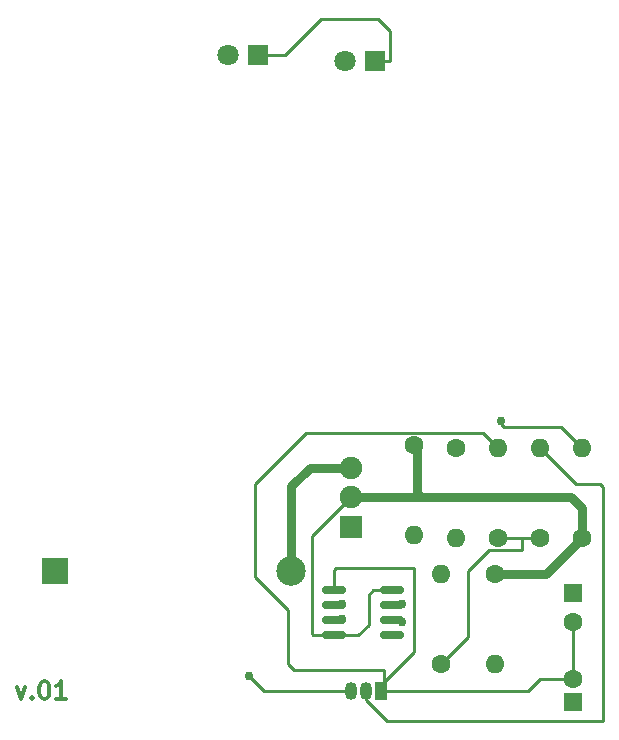
<source format=gtl>
%TF.GenerationSoftware,KiCad,Pcbnew,(6.0.1)*%
%TF.CreationDate,2022-04-29T13:35:18+05:45*%
%TF.ProjectId,555_Badge,3535355f-4261-4646-9765-2e6b69636164,v01*%
%TF.SameCoordinates,Original*%
%TF.FileFunction,Copper,L1,Top*%
%TF.FilePolarity,Positive*%
%FSLAX46Y46*%
G04 Gerber Fmt 4.6, Leading zero omitted, Abs format (unit mm)*
G04 Created by KiCad (PCBNEW (6.0.1)) date 2022-04-29 13:35:18*
%MOMM*%
%LPD*%
G01*
G04 APERTURE LIST*
G04 Aperture macros list*
%AMRoundRect*
0 Rectangle with rounded corners*
0 $1 Rounding radius*
0 $2 $3 $4 $5 $6 $7 $8 $9 X,Y pos of 4 corners*
0 Add a 4 corners polygon primitive as box body*
4,1,4,$2,$3,$4,$5,$6,$7,$8,$9,$2,$3,0*
0 Add four circle primitives for the rounded corners*
1,1,$1+$1,$2,$3*
1,1,$1+$1,$4,$5*
1,1,$1+$1,$6,$7*
1,1,$1+$1,$8,$9*
0 Add four rect primitives between the rounded corners*
20,1,$1+$1,$2,$3,$4,$5,0*
20,1,$1+$1,$4,$5,$6,$7,0*
20,1,$1+$1,$6,$7,$8,$9,0*
20,1,$1+$1,$8,$9,$2,$3,0*%
G04 Aperture macros list end*
%ADD10C,0.300000*%
%TA.AperFunction,NonConductor*%
%ADD11C,0.300000*%
%TD*%
%TA.AperFunction,SMDPad,CuDef*%
%ADD12RoundRect,0.150000X-0.825000X-0.150000X0.825000X-0.150000X0.825000X0.150000X-0.825000X0.150000X0*%
%TD*%
%TA.AperFunction,ComponentPad*%
%ADD13C,2.500000*%
%TD*%
%TA.AperFunction,ComponentPad*%
%ADD14R,2.170000X2.170000*%
%TD*%
%TA.AperFunction,ComponentPad*%
%ADD15C,1.900000*%
%TD*%
%TA.AperFunction,ComponentPad*%
%ADD16R,1.900000X1.900000*%
%TD*%
%TA.AperFunction,ComponentPad*%
%ADD17O,1.600000X1.600000*%
%TD*%
%TA.AperFunction,ComponentPad*%
%ADD18C,1.600000*%
%TD*%
%TA.AperFunction,ComponentPad*%
%ADD19R,1.050000X1.500000*%
%TD*%
%TA.AperFunction,ComponentPad*%
%ADD20O,1.050000X1.500000*%
%TD*%
%TA.AperFunction,ComponentPad*%
%ADD21C,1.800000*%
%TD*%
%TA.AperFunction,ComponentPad*%
%ADD22R,1.800000X1.800000*%
%TD*%
%TA.AperFunction,ComponentPad*%
%ADD23R,1.600000X1.600000*%
%TD*%
%TA.AperFunction,ViaPad*%
%ADD24C,0.762000*%
%TD*%
%TA.AperFunction,Conductor*%
%ADD25C,0.254000*%
%TD*%
%TA.AperFunction,Conductor*%
%ADD26C,0.762000*%
%TD*%
G04 APERTURE END LIST*
D10*
D11*
X21987142Y-99246571D02*
X22344285Y-100246571D01*
X22701428Y-99246571D01*
X23272857Y-100103714D02*
X23344285Y-100175142D01*
X23272857Y-100246571D01*
X23201428Y-100175142D01*
X23272857Y-100103714D01*
X23272857Y-100246571D01*
X24272857Y-98746571D02*
X24415714Y-98746571D01*
X24558571Y-98818000D01*
X24630000Y-98889428D01*
X24701428Y-99032285D01*
X24772857Y-99318000D01*
X24772857Y-99675142D01*
X24701428Y-99960857D01*
X24630000Y-100103714D01*
X24558571Y-100175142D01*
X24415714Y-100246571D01*
X24272857Y-100246571D01*
X24130000Y-100175142D01*
X24058571Y-100103714D01*
X23987142Y-99960857D01*
X23915714Y-99675142D01*
X23915714Y-99318000D01*
X23987142Y-99032285D01*
X24058571Y-98889428D01*
X24130000Y-98818000D01*
X24272857Y-98746571D01*
X26201428Y-100246571D02*
X25344285Y-100246571D01*
X25772857Y-100246571D02*
X25772857Y-98746571D01*
X25630000Y-98960857D01*
X25487142Y-99103714D01*
X25344285Y-99175142D01*
D12*
%TO.P,U1,1,GND*%
%TO.N,GND*%
X48833000Y-91059000D03*
%TO.P,U1,2,TR*%
%TO.N,Net-(C1-Pad1)*%
X48833000Y-92329000D03*
%TO.P,U1,3,Q*%
%TO.N,Net-(R3-Pad2)*%
X48833000Y-93599000D03*
%TO.P,U1,4,R*%
%TO.N,VCC*%
X48833000Y-94869000D03*
%TO.P,U1,5,CV*%
%TO.N,unconnected-(U1-Pad5)*%
X53783000Y-94869000D03*
%TO.P,U1,6,THR*%
%TO.N,Net-(C1-Pad1)*%
X53783000Y-93599000D03*
%TO.P,U1,7,DIS*%
%TO.N,Net-(R1-Pad2)*%
X53783000Y-92329000D03*
%TO.P,U1,8,VCC*%
%TO.N,VCC*%
X53783000Y-91059000D03*
%TD*%
D13*
%TO.P,BAT1,Pos*%
%TO.N,Net-(BAT1-PadPos)*%
X45260300Y-89408000D03*
D14*
%TO.P,BAT1,Neg*%
%TO.N,GND*%
X25260300Y-89408000D03*
%TD*%
D15*
%TO.P,S1,3*%
%TO.N,Net-(BAT1-PadPos)*%
X50292000Y-80692000D03*
%TO.P,S1,2*%
%TO.N,VCC*%
X50292000Y-83192000D03*
D16*
%TO.P,S1,1*%
%TO.N,unconnected-(S1-Pad1)*%
X50292000Y-85692000D03*
%TD*%
D17*
%TO.P,R7,2*%
%TO.N,Net-(D2-Pad2)*%
X69850000Y-78994000D03*
D18*
%TO.P,R7,1*%
%TO.N,VCC*%
X69850000Y-86614000D03*
%TD*%
%TO.P,R6,1*%
%TO.N,VCC*%
X62484000Y-89662000D03*
D17*
%TO.P,R6,2*%
%TO.N,Net-(D1-Pad2)*%
X62484000Y-97282000D03*
%TD*%
%TO.P,R5,2*%
%TO.N,Net-(Q1-Pad2)*%
X66294000Y-78994000D03*
D18*
%TO.P,R5,1*%
%TO.N,Net-(C2-Pad1)*%
X66294000Y-86614000D03*
%TD*%
%TO.P,R4,1*%
%TO.N,Net-(C2-Pad1)*%
X62738000Y-86614000D03*
D17*
%TO.P,R4,2*%
%TO.N,GND*%
X62738000Y-78994000D03*
%TD*%
D18*
%TO.P,R3,1*%
%TO.N,Net-(C2-Pad1)*%
X57912000Y-97282000D03*
D17*
%TO.P,R3,2*%
%TO.N,Net-(R3-Pad2)*%
X57912000Y-89662000D03*
%TD*%
%TO.P,R2,2*%
%TO.N,Net-(C1-Pad1)*%
X59182000Y-86614000D03*
D18*
%TO.P,R2,1*%
%TO.N,Net-(R1-Pad2)*%
X59182000Y-78994000D03*
%TD*%
%TO.P,R1,1*%
%TO.N,VCC*%
X55626000Y-78740000D03*
D17*
%TO.P,R1,2*%
%TO.N,Net-(R1-Pad2)*%
X55626000Y-86360000D03*
%TD*%
D19*
%TO.P,Q1,1,E*%
%TO.N,GND*%
X52832000Y-99568000D03*
D20*
%TO.P,Q1,2,B*%
%TO.N,Net-(Q1-Pad2)*%
X51562000Y-99568000D03*
%TO.P,Q1,3,C*%
%TO.N,Net-(D1-Pad1)*%
X50292000Y-99568000D03*
%TD*%
D21*
%TO.P,D2,2,A*%
%TO.N,Net-(D2-Pad2)*%
X49784000Y-46228000D03*
D22*
%TO.P,D2,1,K*%
%TO.N,Net-(D1-Pad1)*%
X52324000Y-46228000D03*
%TD*%
%TO.P,D1,1,K*%
%TO.N,Net-(D1-Pad1)*%
X42423000Y-45720000D03*
D21*
%TO.P,D1,2,A*%
%TO.N,Net-(D1-Pad2)*%
X39883000Y-45720000D03*
%TD*%
D18*
%TO.P,C2,2*%
%TO.N,GND*%
X69088000Y-93773621D03*
D23*
%TO.P,C2,1*%
%TO.N,Net-(C2-Pad1)*%
X69088000Y-91273621D03*
%TD*%
%TO.P,C1,1*%
%TO.N,Net-(C1-Pad1)*%
X69088000Y-100523112D03*
D18*
%TO.P,C1,2*%
%TO.N,GND*%
X69088000Y-98523112D03*
%TD*%
D24*
%TO.N,Net-(D2-Pad2)*%
X62992000Y-76708000D03*
%TO.N,Net-(D1-Pad1)*%
X41656000Y-98298000D03*
%TO.N,Net-(R3-Pad2)*%
X49530000Y-93472000D03*
%TO.N,Net-(C1-Pad1)*%
X49530000Y-92202000D03*
X54610000Y-93726000D03*
%TO.N,Net-(R1-Pad2)*%
X54610000Y-92202000D03*
%TD*%
D25*
%TO.N,Net-(D2-Pad2)*%
X63246000Y-77216000D02*
X62992000Y-76962000D01*
X62992000Y-76962000D02*
X62992000Y-76708000D01*
X68072000Y-77216000D02*
X63246000Y-77216000D01*
X69850000Y-78994000D02*
X68072000Y-77216000D01*
%TO.N,Net-(D1-Pad1)*%
X42926000Y-99568000D02*
X41656000Y-98298000D01*
X50292000Y-99568000D02*
X42926000Y-99568000D01*
%TO.N,Net-(R3-Pad2)*%
X48960000Y-93472000D02*
X48833000Y-93599000D01*
X49530000Y-93472000D02*
X48960000Y-93472000D01*
%TO.N,Net-(C1-Pad1)*%
X48960000Y-92202000D02*
X48833000Y-92329000D01*
X49530000Y-92202000D02*
X48960000Y-92202000D01*
%TO.N,GND*%
X52832000Y-99060000D02*
X53086000Y-98806000D01*
X52832000Y-99568000D02*
X52832000Y-99060000D01*
X53086000Y-97790000D02*
X53086000Y-98806000D01*
X45466000Y-97790000D02*
X53086000Y-97790000D01*
X44958000Y-97282000D02*
X45466000Y-97790000D01*
X44958000Y-92710000D02*
X44958000Y-97282000D01*
X42164000Y-89916000D02*
X44958000Y-92710000D01*
X42164000Y-82042000D02*
X42164000Y-89916000D01*
X46482000Y-77724000D02*
X42164000Y-82042000D01*
X61468000Y-77724000D02*
X46482000Y-77724000D01*
X62738000Y-78994000D02*
X61468000Y-77724000D01*
X53086000Y-98806000D02*
X55626000Y-96266000D01*
%TO.N,Net-(Q1-Pad2)*%
X69342000Y-82042000D02*
X66294000Y-78994000D01*
X53335978Y-102108000D02*
X71628000Y-102108000D01*
X51562000Y-100334022D02*
X53335978Y-102108000D01*
X71374000Y-82042000D02*
X69342000Y-82042000D01*
X71628000Y-82296000D02*
X71374000Y-82042000D01*
X71628000Y-102108000D02*
X71628000Y-82296000D01*
X51562000Y-99568000D02*
X51562000Y-100334022D01*
%TO.N,VCC*%
X46990000Y-94742000D02*
X46990000Y-86494000D01*
X47117000Y-94869000D02*
X46990000Y-94742000D01*
X46990000Y-86494000D02*
X50292000Y-83192000D01*
X48833000Y-94869000D02*
X47117000Y-94869000D01*
%TO.N,GND*%
X66322888Y-98523112D02*
X69088000Y-98523112D01*
X52832000Y-99568000D02*
X65278000Y-99568000D01*
X65278000Y-99568000D02*
X66322888Y-98523112D01*
X69088000Y-93773621D02*
X69088000Y-98523112D01*
X48833000Y-89343000D02*
X48833000Y-91059000D01*
X49022000Y-89154000D02*
X48833000Y-89343000D01*
X55626000Y-89154000D02*
X49022000Y-89154000D01*
X55626000Y-96266000D02*
X55626000Y-89154000D01*
%TO.N,Net-(C2-Pad1)*%
X66294000Y-86614000D02*
X62738000Y-86614000D01*
X64770000Y-87630000D02*
X64770000Y-86614000D01*
X61976000Y-87630000D02*
X64770000Y-87630000D01*
X60198000Y-89408000D02*
X61976000Y-87630000D01*
X60198000Y-94996000D02*
X60198000Y-89408000D01*
X57912000Y-97282000D02*
X60198000Y-94996000D01*
X64770000Y-86614000D02*
X66294000Y-86614000D01*
%TO.N,VCC*%
X51816000Y-91440000D02*
X52197000Y-91059000D01*
X51816000Y-93980000D02*
X51816000Y-91440000D01*
X50927000Y-94869000D02*
X51816000Y-93980000D01*
X52197000Y-91059000D02*
X53783000Y-91059000D01*
X48833000Y-94869000D02*
X50927000Y-94869000D01*
D26*
X53714000Y-83192000D02*
X56268000Y-83192000D01*
X50292000Y-83192000D02*
X53714000Y-83192000D01*
X66802000Y-89662000D02*
X69850000Y-86614000D01*
X62484000Y-89662000D02*
X66802000Y-89662000D01*
X55880000Y-78994000D02*
X55880000Y-82804000D01*
X56268000Y-83192000D02*
X68968000Y-83192000D01*
X55880000Y-82804000D02*
X56268000Y-83192000D01*
X68968000Y-83192000D02*
X69850000Y-84074000D01*
X69850000Y-84074000D02*
X69850000Y-86614000D01*
%TO.N,Net-(BAT1-PadPos)*%
X46816000Y-80692000D02*
X50292000Y-80692000D01*
X45260300Y-82247700D02*
X46816000Y-80692000D01*
X45260300Y-89408000D02*
X45260300Y-82247700D01*
D25*
%TO.N,Net-(D1-Pad1)*%
X53594000Y-46228000D02*
X52324000Y-46228000D01*
X53594000Y-43688000D02*
X53594000Y-46228000D01*
X47752000Y-42672000D02*
X52578000Y-42672000D01*
X44704000Y-45720000D02*
X47752000Y-42672000D01*
X52578000Y-42672000D02*
X53594000Y-43688000D01*
X42423000Y-45720000D02*
X44704000Y-45720000D01*
%TD*%
M02*

</source>
